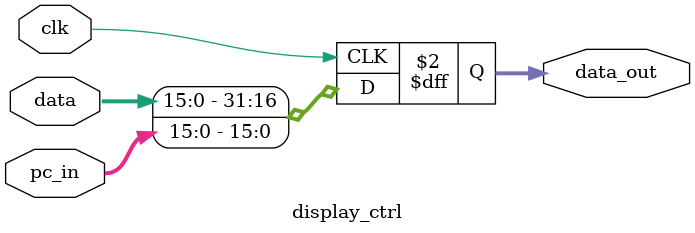
<source format=v>
`timescale 1ns / 1ps

module display_ctrl(
    input clk,
    input [15:0] pc_in,
    input [15:0] data,
    output reg [31:0] data_out
    );
    
    always @(posedge clk) begin
        data_out <= {data, pc_in};
    end
endmodule

</source>
